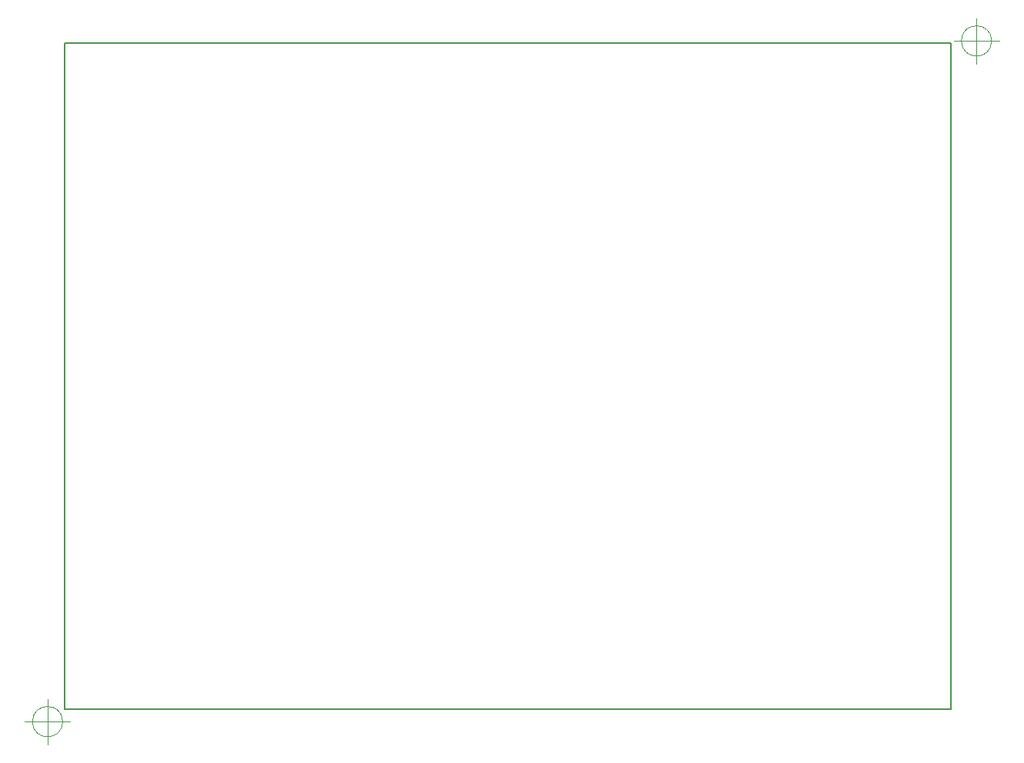
<source format=gbr>
%TF.GenerationSoftware,KiCad,Pcbnew,(6.0.5)*%
%TF.CreationDate,2023-08-26T16:02:20+02:00*%
%TF.ProjectId,IZ5 VFO V32,495a3520-5646-44f2-9056-33322e6b6963,rev?*%
%TF.SameCoordinates,Original*%
%TF.FileFunction,Other,User*%
%FSLAX46Y46*%
G04 Gerber Fmt 4.6, Leading zero omitted, Abs format (unit mm)*
G04 Created by KiCad (PCBNEW (6.0.5)) date 2023-08-26 16:02:20*
%MOMM*%
%LPD*%
G01*
G04 APERTURE LIST*
%TA.AperFunction,Profile*%
%ADD10C,0.100000*%
%TD*%
%ADD11C,0.150000*%
G04 APERTURE END LIST*
D10*
X89535000Y-61214000D02*
X187071000Y-61214000D01*
X187071000Y-61214000D02*
X187071000Y-134493000D01*
X187071000Y-134493000D02*
X89535000Y-134493000D01*
X89535000Y-134493000D02*
X89535000Y-61214000D01*
D11*
X89535000Y-61214000D02*
X187071000Y-61214000D01*
X187071000Y-61214000D02*
X187071000Y-134493000D01*
X187071000Y-134493000D02*
X89535000Y-134493000D01*
X89535000Y-134493000D02*
X89535000Y-61214000D01*
D10*
X191531666Y-60960000D02*
G75*
G03*
X191531666Y-60960000I-1666666J0D01*
G01*
X187365000Y-60960000D02*
X192365000Y-60960000D01*
X189865000Y-58460000D02*
X189865000Y-63460000D01*
X89296666Y-135890000D02*
G75*
G03*
X89296666Y-135890000I-1666666J0D01*
G01*
X85130000Y-135890000D02*
X90130000Y-135890000D01*
X87630000Y-133390000D02*
X87630000Y-138390000D01*
M02*

</source>
